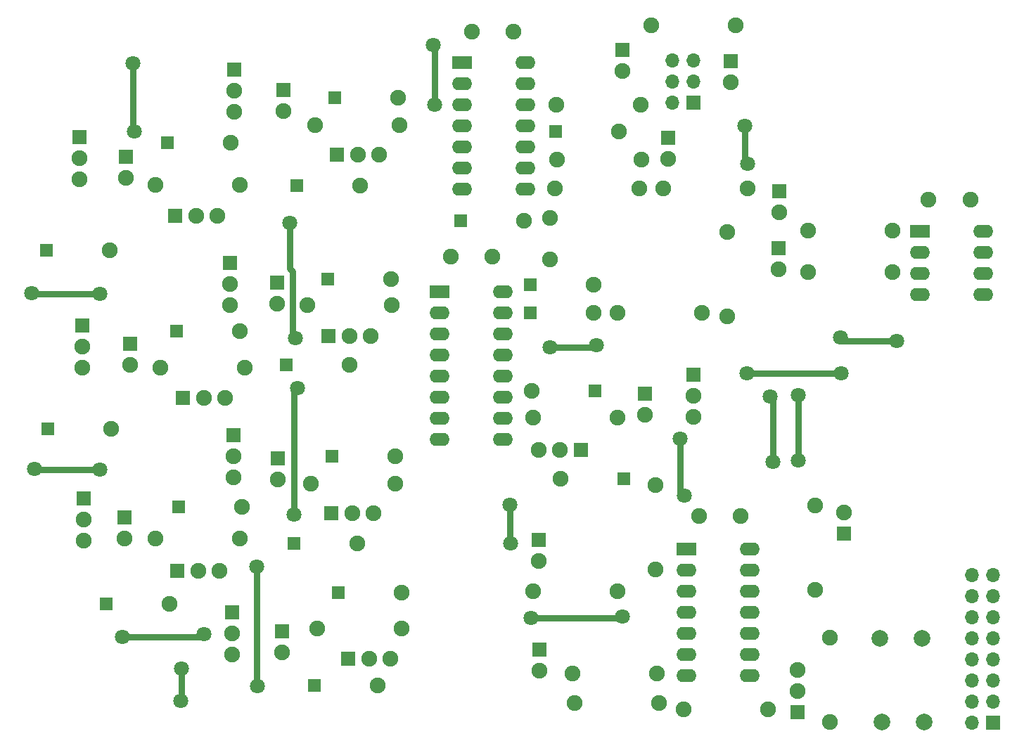
<source format=gbr>
%TF.GenerationSoftware,KiCad,Pcbnew,(6.0.0)*%
%TF.CreationDate,2022-02-13T17:17:33+01:00*%
%TF.ProjectId,SynthBaby8,53796e74-6842-4616-9279-382e6b696361,rev?*%
%TF.SameCoordinates,Original*%
%TF.FileFunction,Copper,L1,Top*%
%TF.FilePolarity,Positive*%
%FSLAX46Y46*%
G04 Gerber Fmt 4.6, Leading zero omitted, Abs format (unit mm)*
G04 Created by KiCad (PCBNEW (6.0.0)) date 2022-02-13 17:17:33*
%MOMM*%
%LPD*%
G01*
G04 APERTURE LIST*
%TA.AperFunction,ComponentPad*%
%ADD10C,1.900000*%
%TD*%
%TA.AperFunction,ComponentPad*%
%ADD11R,1.700000X1.700000*%
%TD*%
%TA.AperFunction,ComponentPad*%
%ADD12O,1.900000X1.900000*%
%TD*%
%TA.AperFunction,ComponentPad*%
%ADD13R,1.600000X1.600000*%
%TD*%
%TA.AperFunction,ComponentPad*%
%ADD14O,1.700000X1.700000*%
%TD*%
%TA.AperFunction,ComponentPad*%
%ADD15R,2.400000X1.600000*%
%TD*%
%TA.AperFunction,ComponentPad*%
%ADD16O,2.400000X1.600000*%
%TD*%
%TA.AperFunction,ComponentPad*%
%ADD17C,2.000000*%
%TD*%
%TA.AperFunction,ViaPad*%
%ADD18C,1.800000*%
%TD*%
%TA.AperFunction,Conductor*%
%ADD19C,0.750000*%
%TD*%
G04 APERTURE END LIST*
D10*
%TO.P,C2,1*%
%TO.N,+12V*%
X112257840Y-59441080D03*
%TO.P,C2,2*%
%TO.N,GND*%
X107257840Y-59441080D03*
%TD*%
D11*
%TO.P,D1,1,K*%
%TO.N,GND*%
X83817460Y-89641680D03*
D12*
%TO.P,D1,2,A*%
%TO.N,Net-(D1-Pad2)*%
X83817460Y-92181680D03*
%TD*%
D11*
%TO.P,D2,1,K*%
%TO.N,GND*%
X65608200Y-74457560D03*
D12*
%TO.P,D2,2,A*%
%TO.N,Net-(D2-Pad2)*%
X65608200Y-76997560D03*
%TD*%
D11*
%TO.P,D3,1,K*%
%TO.N,GND*%
X66062860Y-97000060D03*
D12*
%TO.P,D3,2,A*%
%TO.N,Net-(D3-Pad2)*%
X66062860Y-99540060D03*
%TD*%
D11*
%TO.P,D4,1,K*%
%TO.N,GND*%
X84383880Y-131668520D03*
D12*
%TO.P,D4,2,A*%
%TO.N,Net-(D4-Pad2)*%
X84383880Y-134208520D03*
%TD*%
D11*
%TO.P,D6,1,K*%
%TO.N,GND*%
X84503260Y-66438780D03*
D12*
%TO.P,D6,2,A*%
%TO.N,Net-(D6-Pad2)*%
X84503260Y-68978780D03*
%TD*%
D11*
%TO.P,D7,1,K*%
%TO.N,GND*%
X83886040Y-110771940D03*
D12*
%TO.P,D7,2,A*%
%TO.N,Net-(D7-Pad2)*%
X83886040Y-113311940D03*
%TD*%
D11*
%TO.P,D8,1,K*%
%TO.N,GND*%
X65379600Y-117955060D03*
D12*
%TO.P,D8,2,A*%
%TO.N,Net-(D8-Pad2)*%
X65379600Y-120495060D03*
%TD*%
D13*
%TO.P,D9,1,K*%
%TO.N,Net-(D10-Pad1)*%
X84884260Y-99573080D03*
D12*
%TO.P,D9,2,A*%
%TO.N,Net-(D9-Pad2)*%
X92504260Y-99573080D03*
%TD*%
D13*
%TO.P,D10,1,K*%
%TO.N,Net-(D10-Pad1)*%
X55986680Y-85725000D03*
D12*
%TO.P,D10,2,A*%
%TO.N,Net-(D10-Pad2)*%
X63606680Y-85725000D03*
%TD*%
D13*
%TO.P,D11,1,K*%
%TO.N,Net-(D10-Pad1)*%
X56144160Y-107243880D03*
D12*
%TO.P,D11,2,A*%
%TO.N,Net-(D11-Pad2)*%
X63764160Y-107243880D03*
%TD*%
D13*
%TO.P,D12,1,K*%
%TO.N,Net-(D10-Pad1)*%
X88234520Y-138165840D03*
D12*
%TO.P,D12,2,A*%
%TO.N,Net-(D12-Pad2)*%
X95854520Y-138165840D03*
%TD*%
D13*
%TO.P,D14,1,K*%
%TO.N,Net-(D10-Pad1)*%
X86116160Y-77919580D03*
D12*
%TO.P,D14,2,A*%
%TO.N,Net-(D14-Pad2)*%
X93736160Y-77919580D03*
%TD*%
D13*
%TO.P,D15,1,K*%
%TO.N,Net-(D10-Pad1)*%
X85841840Y-121071640D03*
D12*
%TO.P,D15,2,A*%
%TO.N,Net-(D15-Pad2)*%
X93461840Y-121071640D03*
%TD*%
D13*
%TO.P,D16,1,K*%
%TO.N,Net-(D10-Pad1)*%
X63200280Y-128330960D03*
D12*
%TO.P,D16,2,A*%
%TO.N,Net-(D16-Pad2)*%
X70820280Y-128330960D03*
%TD*%
D13*
%TO.P,D17,1,K*%
%TO.N,Net-(D17-Pad1)*%
X89888060Y-89197180D03*
D12*
%TO.P,D17,2,A*%
%TO.N,Net-(D17-Pad2)*%
X97508060Y-89197180D03*
%TD*%
D13*
%TO.P,D18,1,K*%
%TO.N,Net-(D18-Pad1)*%
X70612000Y-72791320D03*
D12*
%TO.P,D18,2,A*%
%TO.N,Net-(D18-Pad2)*%
X78232000Y-72791320D03*
%TD*%
D13*
%TO.P,D19,1,K*%
%TO.N,Net-(D19-Pad1)*%
X71658480Y-95524320D03*
D12*
%TO.P,D19,2,A*%
%TO.N,Net-(D19-Pad2)*%
X79278480Y-95524320D03*
%TD*%
D13*
%TO.P,D20,1,K*%
%TO.N,Net-(D20-Pad1)*%
X91125040Y-126974600D03*
D12*
%TO.P,D20,2,A*%
%TO.N,Net-(D20-Pad2)*%
X98745040Y-126974600D03*
%TD*%
D13*
%TO.P,D22,1,K*%
%TO.N,Net-(D22-Pad1)*%
X90764360Y-67378580D03*
D12*
%TO.P,D22,2,A*%
%TO.N,Net-(D22-Pad2)*%
X98384360Y-67378580D03*
%TD*%
D13*
%TO.P,D23,1,K*%
%TO.N,Net-(D23-Pad1)*%
X90363040Y-110517940D03*
D12*
%TO.P,D23,2,A*%
%TO.N,Net-(D23-Pad2)*%
X97983040Y-110517940D03*
%TD*%
D13*
%TO.P,D24,1,K*%
%TO.N,Net-(D24-Pad1)*%
X71887080Y-116652040D03*
D12*
%TO.P,D24,2,A*%
%TO.N,Net-(D24-Pad2)*%
X79507080Y-116652040D03*
%TD*%
D13*
%TO.P,D27,1,K*%
%TO.N,CLOCK*%
X105857040Y-82169000D03*
D12*
%TO.P,D27,2,A*%
%TO.N,Net-(D27-Pad2)*%
X113477040Y-82169000D03*
%TD*%
D11*
%TO.P,J1,1,Pin_1*%
%TO.N,GND*%
X89976960Y-96118680D03*
D12*
%TO.P,J1,2,Pin_2*%
%TO.N,Net-(D9-Pad2)*%
X92516960Y-96118680D03*
%TO.P,J1,3,Pin_3*%
%TO.N,Net-(D17-Pad2)*%
X95056960Y-96118680D03*
%TD*%
D11*
%TO.P,J2,1,Pin_1*%
%TO.N,GND*%
X71488300Y-81569560D03*
D12*
%TO.P,J2,2,Pin_2*%
%TO.N,Net-(D10-Pad2)*%
X74028300Y-81569560D03*
%TO.P,J2,3,Pin_3*%
%TO.N,Net-(D18-Pad2)*%
X76568300Y-81569560D03*
%TD*%
D11*
%TO.P,J3,1,Pin_1*%
%TO.N,GND*%
X72425560Y-103553260D03*
D12*
%TO.P,J3,2,Pin_2*%
%TO.N,Net-(D11-Pad2)*%
X74965560Y-103553260D03*
%TO.P,J3,3,Pin_3*%
%TO.N,Net-(D19-Pad2)*%
X77505560Y-103553260D03*
%TD*%
D11*
%TO.P,J4,1,Pin_1*%
%TO.N,GND*%
X92359480Y-134970520D03*
D12*
%TO.P,J4,2,Pin_2*%
%TO.N,Net-(D12-Pad2)*%
X94899480Y-134970520D03*
%TO.P,J4,3,Pin_3*%
%TO.N,Net-(D20-Pad2)*%
X97439480Y-134970520D03*
%TD*%
D11*
%TO.P,J6,1,Pin_1*%
%TO.N,GND*%
X90954860Y-74198480D03*
D12*
%TO.P,J6,2,Pin_2*%
%TO.N,Net-(D14-Pad2)*%
X93494860Y-74198480D03*
%TO.P,J6,3,Pin_3*%
%TO.N,Net-(D22-Pad2)*%
X96034860Y-74198480D03*
%TD*%
D11*
%TO.P,J7,1,Pin_1*%
%TO.N,GND*%
X90337640Y-117426740D03*
D12*
%TO.P,J7,2,Pin_2*%
%TO.N,Net-(D15-Pad2)*%
X92877640Y-117426740D03*
%TO.P,J7,3,Pin_3*%
%TO.N,Net-(D23-Pad2)*%
X95417640Y-117426740D03*
%TD*%
D11*
%TO.P,J8,1,Pin_1*%
%TO.N,GND*%
X71742300Y-124330460D03*
D12*
%TO.P,J8,2,Pin_2*%
%TO.N,Net-(D16-Pad2)*%
X74282300Y-124330460D03*
%TO.P,J8,3,Pin_3*%
%TO.N,Net-(D24-Pad2)*%
X76822300Y-124330460D03*
%TD*%
D11*
%TO.P,J9,1,Pin_1*%
%TO.N,Net-(J10-Pad1)*%
X78089760Y-87254080D03*
D12*
%TO.P,J9,2,Pin_2*%
%TO.N,Net-(D17-Pad1)*%
X78089760Y-89794080D03*
%TO.P,J9,3,Pin_3*%
%TO.N,Net-(J10-Pad3)*%
X78089760Y-92334080D03*
%TD*%
D11*
%TO.P,J10,1,Pin_1*%
%TO.N,Net-(J10-Pad1)*%
X59959240Y-72110600D03*
D12*
%TO.P,J10,2,Pin_2*%
%TO.N,Net-(D18-Pad1)*%
X59959240Y-74650600D03*
%TO.P,J10,3,Pin_3*%
%TO.N,Net-(J10-Pad3)*%
X59959240Y-77190600D03*
%TD*%
D11*
%TO.P,J11,1,Pin_1*%
%TO.N,Net-(J10-Pad1)*%
X60309760Y-94833440D03*
D12*
%TO.P,J11,2,Pin_2*%
%TO.N,Net-(D19-Pad1)*%
X60309760Y-97373440D03*
%TO.P,J11,3,Pin_3*%
%TO.N,Net-(J10-Pad3)*%
X60309760Y-99913440D03*
%TD*%
D11*
%TO.P,J12,1,Pin_1*%
%TO.N,Net-(J10-Pad1)*%
X78320900Y-129362200D03*
D12*
%TO.P,J12,2,Pin_2*%
%TO.N,Net-(D20-Pad1)*%
X78320900Y-131902200D03*
%TO.P,J12,3,Pin_3*%
%TO.N,Net-(J10-Pad3)*%
X78320900Y-134442200D03*
%TD*%
D11*
%TO.P,J14,1,Pin_1*%
%TO.N,Net-(J10-Pad1)*%
X78648560Y-64013080D03*
D12*
%TO.P,J14,2,Pin_2*%
%TO.N,Net-(D22-Pad1)*%
X78648560Y-66553080D03*
%TO.P,J14,3,Pin_3*%
%TO.N,Net-(J10-Pad3)*%
X78648560Y-69093080D03*
%TD*%
D11*
%TO.P,J15,1,Pin_1*%
%TO.N,Net-(J10-Pad1)*%
X78557120Y-108026200D03*
D12*
%TO.P,J15,2,Pin_2*%
%TO.N,Net-(D23-Pad1)*%
X78557120Y-110566200D03*
%TO.P,J15,3,Pin_3*%
%TO.N,Net-(J10-Pad3)*%
X78557120Y-113106200D03*
%TD*%
D11*
%TO.P,J16,1,Pin_1*%
%TO.N,Net-(J10-Pad1)*%
X60482480Y-115610640D03*
D12*
%TO.P,J16,2,Pin_2*%
%TO.N,Net-(D24-Pad1)*%
X60482480Y-118150640D03*
%TO.P,J16,3,Pin_3*%
%TO.N,Net-(J10-Pad3)*%
X60482480Y-120690640D03*
%TD*%
D11*
%TO.P,J20,1,Pin_1*%
%TO.N,Net-(F2-Pad1)*%
X169941240Y-142646400D03*
D14*
%TO.P,J20,2,Pin_2*%
X167401240Y-142646400D03*
%TO.P,J20,3,Pin_3*%
%TO.N,GND*%
X169941240Y-140106400D03*
%TO.P,J20,4,Pin_4*%
X167401240Y-140106400D03*
%TO.P,J20,5,Pin_5*%
X169941240Y-137566400D03*
%TO.P,J20,6,Pin_6*%
X167401240Y-137566400D03*
%TO.P,J20,7,Pin_7*%
X169941240Y-135026400D03*
%TO.P,J20,8,Pin_8*%
X167401240Y-135026400D03*
%TO.P,J20,9,Pin_9*%
%TO.N,Net-(F1-Pad1)*%
X169941240Y-132486400D03*
%TO.P,J20,10,Pin_10*%
X167401240Y-132486400D03*
%TO.P,J20,11,Pin_11*%
%TO.N,unconnected-(J20-Pad11)*%
X169941240Y-129946400D03*
%TO.P,J20,12,Pin_12*%
%TO.N,unconnected-(J20-Pad12)*%
X167401240Y-129946400D03*
%TO.P,J20,13,Pin_13*%
%TO.N,unconnected-(J20-Pad13)*%
X169941240Y-127406400D03*
%TO.P,J20,14,Pin_14*%
%TO.N,unconnected-(J20-Pad14)*%
X167401240Y-127406400D03*
%TO.P,J20,15,Pin_15*%
%TO.N,unconnected-(J20-Pad15)*%
X169941240Y-124866400D03*
%TO.P,J20,16,Pin_16*%
%TO.N,unconnected-(J20-Pad16)*%
X167401240Y-124866400D03*
%TD*%
D10*
%TO.P,R5,1*%
%TO.N,Net-(D1-Pad2)*%
X87462360Y-92384880D03*
D12*
%TO.P,R5,2*%
%TO.N,Net-(D17-Pad2)*%
X97622360Y-92384880D03*
%TD*%
D10*
%TO.P,R6,1*%
%TO.N,Net-(D2-Pad2)*%
X69151500Y-77835760D03*
D12*
%TO.P,R6,2*%
%TO.N,Net-(D18-Pad2)*%
X79311500Y-77835760D03*
%TD*%
D10*
%TO.P,R7,1*%
%TO.N,Net-(D3-Pad2)*%
X69720460Y-99908360D03*
D12*
%TO.P,R7,2*%
%TO.N,Net-(D19-Pad2)*%
X79880460Y-99908360D03*
%TD*%
D10*
%TO.P,R8,1*%
%TO.N,Net-(D4-Pad2)*%
X88600280Y-131292600D03*
D12*
%TO.P,R8,2*%
%TO.N,Net-(D20-Pad2)*%
X98760280Y-131292600D03*
%TD*%
D10*
%TO.P,R10,1*%
%TO.N,Net-(D6-Pad2)*%
X88338660Y-70642480D03*
D12*
%TO.P,R10,2*%
%TO.N,Net-(D22-Pad2)*%
X98498660Y-70642480D03*
%TD*%
D10*
%TO.P,R11,1*%
%TO.N,Net-(D7-Pad2)*%
X87810340Y-113870740D03*
D12*
%TO.P,R11,2*%
%TO.N,Net-(D23-Pad2)*%
X97970340Y-113870740D03*
%TD*%
D10*
%TO.P,R12,1*%
%TO.N,Net-(D8-Pad2)*%
X69126100Y-120495060D03*
D12*
%TO.P,R12,2*%
%TO.N,Net-(D24-Pad2)*%
X79286100Y-120495060D03*
%TD*%
D15*
%TO.P,U1,1*%
%TO.N,Net-(J10-Pad1)*%
X106014520Y-63131700D03*
D16*
%TO.P,U1,2*%
%TO.N,CLOCK*%
X106014520Y-65671700D03*
%TO.P,U1,3*%
%TO.N,Net-(U1-Pad3)*%
X106014520Y-68211700D03*
%TO.P,U1,4*%
%TO.N,unconnected-(U1-Pad4)*%
X106014520Y-70751700D03*
%TO.P,U1,5*%
%TO.N,GND*%
X106014520Y-73291700D03*
%TO.P,U1,6*%
X106014520Y-75831700D03*
%TO.P,U1,7,VSS*%
X106014520Y-78371700D03*
%TO.P,U1,8*%
%TO.N,STEPHOLD*%
X113634520Y-78371700D03*
%TO.P,U1,9*%
X113634520Y-75831700D03*
%TO.P,U1,10*%
%TO.N,Net-(D27-Pad2)*%
X113634520Y-73291700D03*
%TO.P,U1,11*%
%TO.N,Net-(D28-Pad2)*%
X113634520Y-70751700D03*
%TO.P,U1,12*%
%TO.N,Net-(R24-Pad2)*%
X113634520Y-68211700D03*
%TO.P,U1,13*%
%TO.N,StartStop*%
X113634520Y-65671700D03*
%TO.P,U1,14,VDD*%
%TO.N,+12V*%
X113634520Y-63131700D03*
%TD*%
D15*
%TO.P,U3,1,Q5*%
%TO.N,Net-(D22-Pad2)*%
X103311960Y-90708480D03*
D16*
%TO.P,U3,2,Q1*%
%TO.N,Net-(D18-Pad2)*%
X103311960Y-93248480D03*
%TO.P,U3,3,Q0*%
%TO.N,Net-(D17-Pad2)*%
X103311960Y-95788480D03*
%TO.P,U3,4,Q2*%
%TO.N,Net-(D19-Pad2)*%
X103311960Y-98328480D03*
%TO.P,U3,5,Q6*%
%TO.N,Net-(D23-Pad2)*%
X103311960Y-100868480D03*
%TO.P,U3,6,Q7*%
%TO.N,Net-(D24-Pad2)*%
X103311960Y-103408480D03*
%TO.P,U3,7,Q3*%
%TO.N,Net-(D20-Pad2)*%
X103311960Y-105948480D03*
%TO.P,U3,8,VSS*%
%TO.N,GND*%
X103311960Y-108488480D03*
%TO.P,U3,9,Q8*%
%TO.N,Net-(J10-Pad3)*%
X110931960Y-108488480D03*
%TO.P,U3,10,Q4*%
%TO.N,Net-(D21-Pad2)*%
X110931960Y-105948480D03*
%TO.P,U3,11,Q9*%
%TO.N,unconnected-(U3-Pad11)*%
X110931960Y-103408480D03*
%TO.P,U3,12,Cout*%
%TO.N,unconnected-(U3-Pad12)*%
X110931960Y-100868480D03*
%TO.P,U3,13,CKEN*%
%TO.N,Net-(J10-Pad3)*%
X110931960Y-98328480D03*
%TO.P,U3,14,CLK*%
%TO.N,CLOCK*%
X110931960Y-95788480D03*
%TO.P,U3,15,Reset*%
%TO.N,Net-(D26-Pad1)*%
X110931960Y-93248480D03*
%TO.P,U3,16,VDD*%
%TO.N,+12V*%
X110931960Y-90708480D03*
%TD*%
D10*
%TO.P,C7,1*%
%TO.N,GND*%
X104696260Y-86530180D03*
%TO.P,C7,2*%
%TO.N,+12V*%
X109696260Y-86530180D03*
%TD*%
%TO.P,C1,1*%
%TO.N,+12V*%
X167223440Y-79613760D03*
%TO.P,C1,2*%
%TO.N,-12V*%
X162223440Y-79613760D03*
%TD*%
D13*
%TO.P,D29,1,K*%
%TO.N,Net-(D26-Pad1)*%
X114274600Y-93314520D03*
D12*
%TO.P,D29,2,A*%
%TO.N,Net-(D29-Pad2)*%
X121894600Y-93314520D03*
%TD*%
D11*
%TO.P,D30,1,K*%
%TO.N,GND*%
X144185640Y-85476080D03*
D12*
%TO.P,D30,2,A*%
%TO.N,Net-(D30-Pad2)*%
X144185640Y-88016080D03*
%TD*%
D11*
%TO.P,J17,1,Pin_1*%
%TO.N,GND*%
X152039320Y-119877840D03*
D12*
%TO.P,J17,2,Pin_2*%
%TO.N,RESETIN*%
X152039320Y-117337840D03*
%TD*%
D10*
%TO.P,R14,1*%
%TO.N,Net-(R14-Pad1)*%
X137962640Y-93700600D03*
D12*
%TO.P,R14,2*%
%TO.N,GND*%
X137962640Y-83540600D03*
%TD*%
D10*
%TO.P,R15,1*%
%TO.N,RESETIN*%
X148554440Y-116509800D03*
D12*
%TO.P,R15,2*%
%TO.N,Net-(R15-Pad2)*%
X148554440Y-126669800D03*
%TD*%
D10*
%TO.P,R19,1*%
%TO.N,Net-(D29-Pad2)*%
X124749560Y-93263720D03*
D12*
%TO.P,R19,2*%
%TO.N,Net-(R14-Pad1)*%
X134909560Y-93263720D03*
%TD*%
D10*
%TO.P,R20,1*%
%TO.N,GATEOUT*%
X147706080Y-83367880D03*
D12*
%TO.P,R20,2*%
%TO.N,Net-(R20-Pad2)*%
X157866080Y-83367880D03*
%TD*%
D10*
%TO.P,R21,1*%
%TO.N,CASCADEIN*%
X114599720Y-126806960D03*
D12*
%TO.P,R21,2*%
%TO.N,Net-(R2-Pad1)*%
X124759720Y-126806960D03*
%TD*%
D10*
%TO.P,R22,1*%
%TO.N,CASCADEOUT*%
X150301960Y-142524480D03*
D12*
%TO.P,R22,2*%
%TO.N,Net-(R22-Pad2)*%
X150301960Y-132364480D03*
%TD*%
D10*
%TO.P,R23,1*%
%TO.N,Net-(D30-Pad2)*%
X147706080Y-88356440D03*
D12*
%TO.P,R23,2*%
%TO.N,Net-(R23-Pad2)*%
X157866080Y-88356440D03*
%TD*%
D10*
%TO.P,R24,1*%
%TO.N,CLOCKIN*%
X127523240Y-68199000D03*
D12*
%TO.P,R24,2*%
%TO.N,Net-(R24-Pad2)*%
X117363240Y-68199000D03*
%TD*%
D15*
%TO.P,U4,1*%
%TO.N,Net-(R20-Pad2)*%
X161142680Y-83449160D03*
D16*
%TO.P,U4,2,-*%
X161142680Y-85989160D03*
%TO.P,U4,3,+*%
%TO.N,Net-(R23-Pad2)*%
X161142680Y-88529160D03*
%TO.P,U4,4,V-*%
%TO.N,-12V*%
X161142680Y-91069160D03*
%TO.P,U4,5,+*%
%TO.N,Net-(U1-Pad3)*%
X168762680Y-91069160D03*
%TO.P,U4,6,-*%
%TO.N,Net-(R23-Pad2)*%
X168762680Y-88529160D03*
%TO.P,U4,7*%
X168762680Y-85989160D03*
%TO.P,U4,8,V+*%
%TO.N,+12V*%
X168762680Y-83449160D03*
%TD*%
D10*
%TO.P,C3,1*%
%TO.N,+12V*%
X134589520Y-117744240D03*
%TO.P,C3,2*%
%TO.N,-12V*%
X139589520Y-117744240D03*
%TD*%
%TO.P,C4,1*%
%TO.N,+12V*%
X116606320Y-86873080D03*
%TO.P,C4,2*%
%TO.N,STEPHOLD*%
X116606320Y-81873080D03*
%TD*%
D11*
%TO.P,D5,1,K*%
%TO.N,GND*%
X128087120Y-103047800D03*
D12*
%TO.P,D5,2,A*%
%TO.N,Net-(D5-Pad2)*%
X128087120Y-105587800D03*
%TD*%
D13*
%TO.P,D13,1,K*%
%TO.N,Net-(D10-Pad1)*%
X125496320Y-113268760D03*
D12*
%TO.P,D13,2,A*%
%TO.N,Net-(D13-Pad2)*%
X117876320Y-113268760D03*
%TD*%
D13*
%TO.P,D21,1,K*%
%TO.N,Net-(D21-Pad1)*%
X122077480Y-102656640D03*
D12*
%TO.P,D21,2,A*%
%TO.N,Net-(D21-Pad2)*%
X114457480Y-102656640D03*
%TD*%
D11*
%TO.P,D25,1,K*%
%TO.N,Net-(D25-Pad1)*%
X138399520Y-62992000D03*
D12*
%TO.P,D25,2,A*%
%TO.N,Net-(D25-Pad2)*%
X138399520Y-65532000D03*
%TD*%
D13*
%TO.P,D26,1,K*%
%TO.N,Net-(D26-Pad1)*%
X114254280Y-89905840D03*
D12*
%TO.P,D26,2,A*%
%TO.N,Net-(D26-Pad2)*%
X121874280Y-89905840D03*
%TD*%
D13*
%TO.P,D28,1,K*%
%TO.N,CLOCK*%
X117281960Y-71429880D03*
D12*
%TO.P,D28,2,A*%
%TO.N,Net-(D28-Pad2)*%
X124901960Y-71429880D03*
%TD*%
D11*
%TO.P,J5,1,Pin_1*%
%TO.N,GND*%
X120365520Y-109758480D03*
D12*
%TO.P,J5,2,Pin_2*%
%TO.N,Net-(D13-Pad2)*%
X117825520Y-109758480D03*
%TO.P,J5,3,Pin_3*%
%TO.N,Net-(D21-Pad2)*%
X115285520Y-109758480D03*
%TD*%
D11*
%TO.P,J13,1,Pin_1*%
%TO.N,Net-(J10-Pad1)*%
X133918960Y-100726240D03*
D12*
%TO.P,J13,2,Pin_2*%
%TO.N,Net-(D21-Pad1)*%
X133918960Y-103266240D03*
%TO.P,J13,3,Pin_3*%
%TO.N,Net-(J10-Pad3)*%
X133918960Y-105806240D03*
%TD*%
D11*
%TO.P,J18,1,Pin_1*%
%TO.N,+12V*%
X133918960Y-68000880D03*
D14*
%TO.P,J18,2,Pin_2*%
X131378960Y-68000880D03*
%TO.P,J18,3,Pin_3*%
%TO.N,Net-(D25-Pad2)*%
X133918960Y-65460880D03*
%TO.P,J18,4,Pin_4*%
%TO.N,StartStop*%
X131378960Y-65460880D03*
%TO.P,J18,5,Pin_5*%
%TO.N,unconnected-(J18-Pad5)*%
X133918960Y-62920880D03*
%TO.P,J18,6,Pin_6*%
%TO.N,GND*%
X131378960Y-62920880D03*
%TD*%
D11*
%TO.P,J19,1,Pin_1*%
%TO.N,GND*%
X146456400Y-141411960D03*
D12*
%TO.P,J19,2,Pin_2*%
%TO.N,CASCADEOUT*%
X146456400Y-138871960D03*
%TO.P,J19,3,Pin_3*%
%TO.N,BREAKINJACK*%
X146456400Y-136331960D03*
%TD*%
D11*
%TO.P,J21,1,Pin_1*%
%TO.N,GND*%
X115376960Y-133807200D03*
D12*
%TO.P,J21,2,Pin_2*%
%TO.N,CVOUT*%
X115376960Y-136347200D03*
%TD*%
D11*
%TO.P,J22,1,Pin_1*%
%TO.N,GND*%
X115290600Y-120609360D03*
D12*
%TO.P,J22,2,Pin_2*%
%TO.N,CASCADEIN*%
X115290600Y-123149360D03*
%TD*%
D11*
%TO.P,J23,1,Pin_1*%
%TO.N,GND*%
X125318520Y-61610240D03*
D12*
%TO.P,J23,2,Pin_2*%
%TO.N,CLOCKIN*%
X125318520Y-64150240D03*
%TD*%
D11*
%TO.P,J24,1,Pin_1*%
%TO.N,GND*%
X144246600Y-78623160D03*
D12*
%TO.P,J24,2,Pin_2*%
%TO.N,GATEOUT*%
X144246600Y-81163160D03*
%TD*%
D11*
%TO.P,J25,1,Pin_1*%
%TO.N,+12V*%
X130840480Y-72181720D03*
D12*
%TO.P,J25,2,Pin_2*%
%TO.N,Net-(J25-Pad2)*%
X130840480Y-74721720D03*
%TD*%
D10*
%TO.P,R1,1*%
%TO.N,CLOCK*%
X117454680Y-74803000D03*
D12*
%TO.P,R1,2*%
%TO.N,GND*%
X127614680Y-74803000D03*
%TD*%
D10*
%TO.P,R2,1*%
%TO.N,Net-(R2-Pad1)*%
X132696200Y-141060920D03*
D12*
%TO.P,R2,2*%
%TO.N,BREAKINJACK*%
X142856200Y-141060920D03*
%TD*%
D10*
%TO.P,R3,1*%
%TO.N,Net-(R3-Pad1)*%
X119623840Y-140279120D03*
D12*
%TO.P,R3,2*%
%TO.N,GND*%
X129783840Y-140279120D03*
%TD*%
D10*
%TO.P,R4,1*%
%TO.N,Net-(R3-Pad1)*%
X129311400Y-124150120D03*
D12*
%TO.P,R4,2*%
%TO.N,Net-(D26-Pad2)*%
X129311400Y-113990120D03*
%TD*%
D10*
%TO.P,R9,1*%
%TO.N,Net-(D5-Pad2)*%
X124749560Y-105902760D03*
D12*
%TO.P,R9,2*%
%TO.N,Net-(D21-Pad2)*%
X114589560Y-105902760D03*
%TD*%
D10*
%TO.P,R13,1*%
%TO.N,CVOUT*%
X119339360Y-136748520D03*
D12*
%TO.P,R13,2*%
%TO.N,Net-(R13-Pad2)*%
X129499360Y-136748520D03*
%TD*%
D10*
%TO.P,R16,1*%
%TO.N,GND*%
X128803400Y-58658760D03*
D12*
%TO.P,R16,2*%
%TO.N,Net-(D25-Pad1)*%
X138963400Y-58658760D03*
%TD*%
D10*
%TO.P,R17,1*%
%TO.N,Net-(J25-Pad2)*%
X127416560Y-78328520D03*
D12*
%TO.P,R17,2*%
%TO.N,STEPHOLD*%
X117256560Y-78328520D03*
%TD*%
D10*
%TO.P,R18,1*%
%TO.N,Net-(J25-Pad2)*%
X130296920Y-78257400D03*
D12*
%TO.P,R18,2*%
%TO.N,GND*%
X140456920Y-78257400D03*
%TD*%
D15*
%TO.P,U2,1*%
%TO.N,Net-(D26-Pad2)*%
X133096200Y-121710920D03*
D16*
%TO.P,U2,2,-*%
%TO.N,Net-(R3-Pad1)*%
X133096200Y-124250920D03*
%TO.P,U2,3,+*%
%TO.N,Net-(R2-Pad1)*%
X133096200Y-126790920D03*
%TO.P,U2,4,V+*%
%TO.N,+12V*%
X133096200Y-129330920D03*
%TO.P,U2,5,+*%
%TO.N,Net-(D10-Pad1)*%
X133096200Y-131870920D03*
%TO.P,U2,6,-*%
%TO.N,Net-(R13-Pad2)*%
X133096200Y-134410920D03*
%TO.P,U2,7*%
X133096200Y-136950920D03*
%TO.P,U2,8*%
%TO.N,Net-(R22-Pad2)*%
X140716200Y-136950920D03*
%TO.P,U2,9,-*%
X140716200Y-134410920D03*
%TO.P,U2,10,+*%
%TO.N,Net-(J10-Pad3)*%
X140716200Y-131870920D03*
%TO.P,U2,11,V-*%
%TO.N,-12V*%
X140716200Y-129330920D03*
%TO.P,U2,12,+*%
%TO.N,Net-(R15-Pad2)*%
X140716200Y-126790920D03*
%TO.P,U2,13,-*%
%TO.N,Net-(R14-Pad1)*%
X140716200Y-124250920D03*
%TO.P,U2,14*%
%TO.N,Net-(D29-Pad2)*%
X140716200Y-121710920D03*
%TD*%
D17*
%TO.P,F1,1*%
%TO.N,Net-(F1-Pad1)*%
X161442400Y-132461000D03*
%TO.P,F1,2*%
%TO.N,+12V*%
X156362400Y-132451000D03*
%TD*%
%TO.P,F2,1*%
%TO.N,Net-(F2-Pad1)*%
X161671000Y-142544800D03*
%TO.P,F2,2*%
%TO.N,-12V*%
X156591000Y-142534800D03*
%TD*%
D18*
%TO.N,GND*%
X66608960Y-71440040D03*
X151638000Y-96235520D03*
X66451480Y-63251080D03*
X158399480Y-96662240D03*
X140456920Y-75361800D03*
X140075920Y-70784720D03*
%TO.N,Net-(D10-Pad1)*%
X86202520Y-102321360D03*
X85958680Y-96347280D03*
X85313520Y-82448400D03*
X85841840Y-117576600D03*
X81427320Y-138226800D03*
X81320640Y-123885960D03*
%TO.N,Net-(J10-Pad1)*%
X54554120Y-112095280D03*
X65186560Y-132308600D03*
X111841280Y-116398040D03*
X62443360Y-112201960D03*
X62484000Y-91003120D03*
X111876840Y-121076720D03*
X54259480Y-90881200D03*
X74960480Y-131942840D03*
%TO.N,+12V*%
X114305080Y-130063240D03*
X116606320Y-97429320D03*
X140350240Y-100563680D03*
X151724360Y-100599240D03*
X125359160Y-129900680D03*
X122214640Y-97185480D03*
%TO.N,Net-(D29-Pad2)*%
X143474440Y-111201200D03*
X143157228Y-103385332D03*
%TO.N,Net-(J10-Pad3)*%
X72242680Y-136083040D03*
X132816600Y-115285520D03*
X132273040Y-108432600D03*
X72171560Y-140060680D03*
%TO.N,Net-(R14-Pad1)*%
X146512280Y-111069120D03*
X146512280Y-103164640D03*
%TO.N,Net-(U1-Pad3)*%
X102590600Y-61055830D03*
X102725220Y-68211700D03*
%TD*%
D19*
%TO.N,GND*%
X140075920Y-74980800D02*
X140456920Y-75361800D01*
X66451480Y-71282560D02*
X66608960Y-71440040D01*
X158353760Y-96707960D02*
X158399480Y-96662240D01*
X151577040Y-96707960D02*
X158353760Y-96707960D01*
X66451480Y-63251080D02*
X66451480Y-71282560D01*
X140075920Y-70784720D02*
X140075920Y-74980800D01*
%TO.N,Net-(D10-Pad1)*%
X85841840Y-102682040D02*
X86202520Y-102321360D01*
X85638640Y-96027240D02*
X85958680Y-96347280D01*
X81320640Y-123885960D02*
X81320640Y-138120120D01*
X85638640Y-88270080D02*
X85638640Y-96027240D01*
X85841840Y-117576600D02*
X85841840Y-102682040D01*
X85313520Y-87944960D02*
X85638640Y-88270080D01*
X81320640Y-138120120D02*
X81427320Y-138226800D01*
X85313520Y-82448400D02*
X85313520Y-87944960D01*
%TO.N,Net-(D26-Pad2)*%
X133096200Y-121710920D02*
X133096200Y-121285200D01*
%TO.N,Net-(J10-Pad1)*%
X62484000Y-91003120D02*
X54381400Y-91003120D01*
X62443360Y-112201960D02*
X54660800Y-112201960D01*
X54660800Y-112201960D02*
X54554120Y-112095280D01*
X65186560Y-132308600D02*
X74594720Y-132308600D01*
X74594720Y-132308600D02*
X74960480Y-131942840D01*
X54381400Y-91003120D02*
X54259480Y-90881200D01*
X111841280Y-121041160D02*
X111876840Y-121076720D01*
X111841280Y-116398040D02*
X111841280Y-121041160D01*
%TO.N,+12V*%
X125196600Y-130063240D02*
X125359160Y-129900680D01*
X116606320Y-97429320D02*
X121970800Y-97429320D01*
X140350240Y-100563680D02*
X151688800Y-100563680D01*
X114305080Y-130063240D02*
X125196600Y-130063240D01*
X151688800Y-100563680D02*
X151724360Y-100599240D01*
X121970800Y-97429320D02*
X122214640Y-97185480D01*
%TO.N,Net-(D29-Pad2)*%
X143474440Y-103702544D02*
X143157228Y-103385332D01*
X143474440Y-111201200D02*
X143474440Y-103702544D01*
%TO.N,Net-(J10-Pad3)*%
X72242680Y-136083040D02*
X72242680Y-139989560D01*
X132283200Y-109138720D02*
X132283200Y-114786610D01*
X72242680Y-139989560D02*
X72171560Y-140060680D01*
X132283200Y-114786610D02*
X132506720Y-115010130D01*
%TO.N,Net-(R14-Pad1)*%
X146512280Y-103164640D02*
X146512280Y-111069120D01*
%TO.N,Net-(U1-Pad3)*%
X102725220Y-68211700D02*
X102725220Y-61190450D01*
X102725220Y-61190450D02*
X102590600Y-61055830D01*
%TD*%
M02*

</source>
